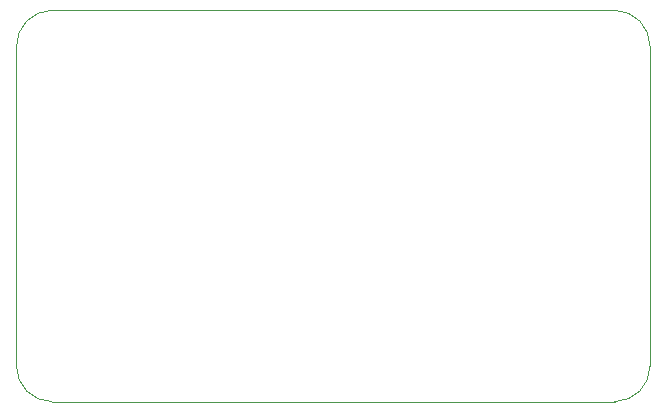
<source format=gbr>
%TF.GenerationSoftware,KiCad,Pcbnew,(6.0.10)*%
%TF.CreationDate,2023-01-10T20:09:20-08:00*%
%TF.ProjectId,pico8t-diffuser,7069636f-3874-42d6-9469-666675736572,rev?*%
%TF.SameCoordinates,Original*%
%TF.FileFunction,Profile,NP*%
%FSLAX46Y46*%
G04 Gerber Fmt 4.6, Leading zero omitted, Abs format (unit mm)*
G04 Created by KiCad (PCBNEW (6.0.10)) date 2023-01-10 20:09:20*
%MOMM*%
%LPD*%
G01*
G04 APERTURE LIST*
%TA.AperFunction,Profile*%
%ADD10C,0.100000*%
%TD*%
G04 APERTURE END LIST*
D10*
X38210000Y-12420000D02*
X85852000Y-12420000D01*
X88852000Y-15494000D02*
G75*
G03*
X85852000Y-12420000I-3037000J37000D01*
G01*
X85852000Y-45554000D02*
X38210000Y-45554000D01*
X35210000Y-42554000D02*
G75*
G03*
X38210000Y-45554000I3000000J0D01*
G01*
X88852000Y-15494000D02*
X88852000Y-42554000D01*
X35210000Y-42554000D02*
X35210000Y-15494000D01*
X85852000Y-45554000D02*
G75*
G03*
X88852000Y-42554000I0J3000000D01*
G01*
X38210000Y-12420000D02*
G75*
G03*
X35210000Y-15494000I37000J-3037000D01*
G01*
M02*

</source>
